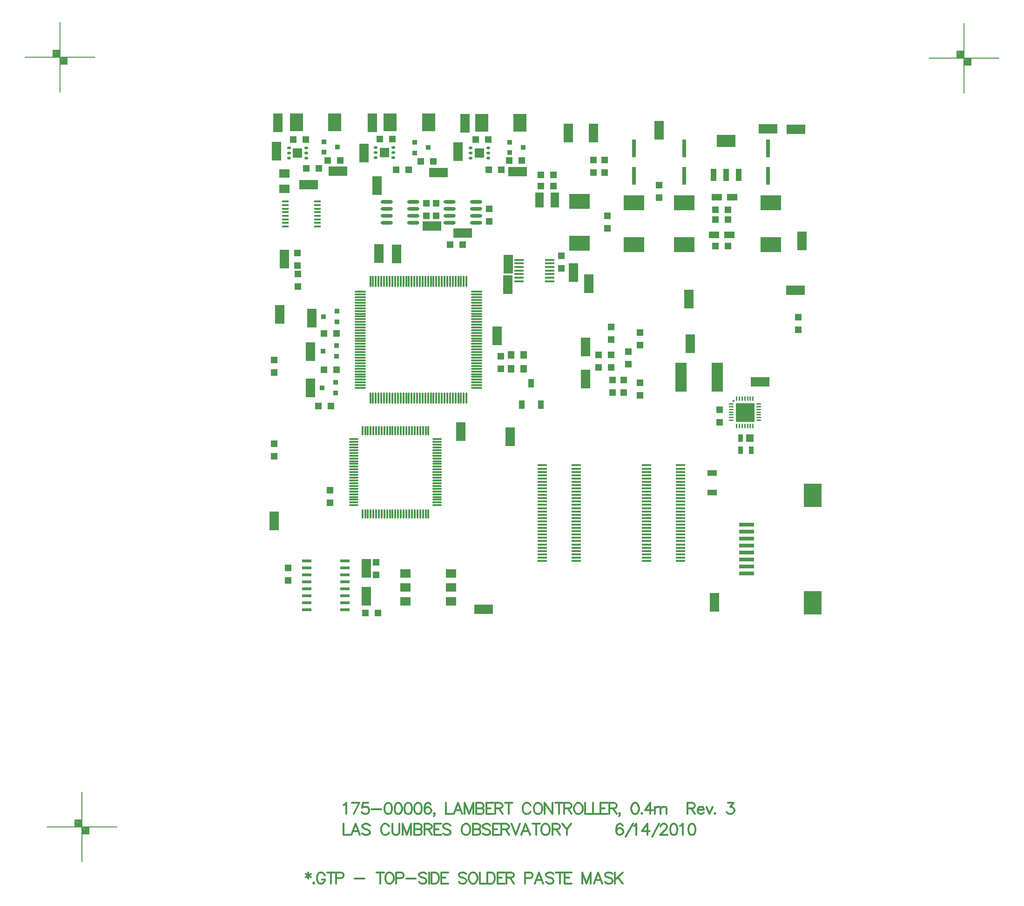
<source format=gtp>
%FSLAX23Y23*%
%MOIN*%
G70*
G01*
G75*
G04 Layer_Color=8421504*
%ADD10R,0.037X0.035*%
%ADD11R,0.037X0.035*%
%ADD12R,0.050X0.050*%
%ADD13R,0.075X0.063*%
%ADD14R,0.070X0.135*%
%ADD15R,0.094X0.130*%
%ADD16O,0.028X0.018*%
%ADD17R,0.067X0.067*%
%ADD18R,0.079X0.209*%
%ADD19R,0.067X0.014*%
%ADD20R,0.050X0.015*%
%ADD21R,0.039X0.059*%
%ADD22R,0.035X0.053*%
%ADD23R,0.053X0.053*%
%ADD24O,0.087X0.024*%
%ADD25R,0.050X0.050*%
%ADD26R,0.135X0.070*%
%ADD27R,0.030X0.125*%
%ADD28R,0.078X0.048*%
%ADD29R,0.067X0.040*%
%ADD30R,0.065X0.012*%
%ADD31R,0.065X0.024*%
%ADD32R,0.063X0.106*%
%ADD33R,0.150X0.110*%
%ADD34R,0.125X0.170*%
%ADD35R,0.110X0.030*%
%ADD36O,0.083X0.012*%
%ADD37O,0.012X0.083*%
%ADD38R,0.138X0.085*%
%ADD39R,0.043X0.085*%
%ADD40R,0.043X0.085*%
%ADD41R,0.047X0.055*%
%ADD42O,0.012X0.071*%
%ADD43O,0.071X0.012*%
%ADD44R,0.075X0.059*%
%ADD45R,0.017X0.017*%
%ADD46R,0.134X0.134*%
%ADD47O,0.010X0.035*%
%ADD48O,0.035X0.010*%
%ADD49C,0.010*%
%ADD50C,0.075*%
%ADD51C,0.020*%
%ADD52C,0.040*%
%ADD53C,0.007*%
%ADD54C,0.005*%
%ADD55C,0.012*%
%ADD56C,0.008*%
%ADD57C,0.012*%
%ADD58C,0.012*%
%ADD59C,0.059*%
%ADD60C,0.080*%
%ADD61R,0.080X0.080*%
%ADD62C,0.060*%
%ADD63C,0.020*%
%ADD64R,0.059X0.059*%
%ADD65C,0.157*%
%ADD66C,0.079*%
%ADD67C,0.087*%
%ADD68R,0.087X0.087*%
%ADD69C,0.250*%
%ADD70R,0.062X0.062*%
%ADD71C,0.062*%
%ADD72C,0.030*%
%ADD73C,0.024*%
%ADD74C,0.028*%
%ADD75C,0.050*%
%ADD76C,0.051*%
G04:AMPARAMS|DCode=77|XSize=100mil|YSize=100mil|CornerRadius=0mil|HoleSize=0mil|Usage=FLASHONLY|Rotation=0.000|XOffset=0mil|YOffset=0mil|HoleType=Round|Shape=Relief|Width=10mil|Gap=10mil|Entries=4|*
%AMTHD77*
7,0,0,0.100,0.080,0.010,45*
%
%ADD77THD77*%
%ADD78C,0.044*%
%ADD79C,0.059*%
%ADD80C,0.030*%
%ADD81C,0.055*%
%ADD82C,0.111*%
%ADD83C,0.056*%
%ADD84C,0.147*%
%ADD85C,0.067*%
%ADD86C,0.140*%
%ADD87C,0.055*%
%ADD88C,0.036*%
%ADD89C,0.071*%
%ADD90C,0.130*%
%ADD91C,0.103*%
%ADD92C,0.033*%
G04:AMPARAMS|DCode=93|XSize=70mil|YSize=70mil|CornerRadius=0mil|HoleSize=0mil|Usage=FLASHONLY|Rotation=0.000|XOffset=0mil|YOffset=0mil|HoleType=Round|Shape=Relief|Width=10mil|Gap=10mil|Entries=4|*
%AMTHD93*
7,0,0,0.070,0.050,0.010,45*
%
%ADD93THD93*%
%ADD94C,0.045*%
G04:AMPARAMS|DCode=95|XSize=90mil|YSize=90mil|CornerRadius=0mil|HoleSize=0mil|Usage=FLASHONLY|Rotation=0.000|XOffset=0mil|YOffset=0mil|HoleType=Round|Shape=Relief|Width=10mil|Gap=10mil|Entries=4|*
%AMTHD95*
7,0,0,0.090,0.070,0.010,45*
%
%ADD95THD95*%
G04:AMPARAMS|DCode=96|XSize=95.433mil|YSize=95.433mil|CornerRadius=0mil|HoleSize=0mil|Usage=FLASHONLY|Rotation=0.000|XOffset=0mil|YOffset=0mil|HoleType=Round|Shape=Relief|Width=10mil|Gap=10mil|Entries=4|*
%AMTHD96*
7,0,0,0.095,0.075,0.010,45*
%
%ADD96THD96*%
G04:AMPARAMS|DCode=97|XSize=150.551mil|YSize=150.551mil|CornerRadius=0mil|HoleSize=0mil|Usage=FLASHONLY|Rotation=0.000|XOffset=0mil|YOffset=0mil|HoleType=Round|Shape=Relief|Width=10mil|Gap=10mil|Entries=4|*
%AMTHD97*
7,0,0,0.151,0.131,0.010,45*
%
%ADD97THD97*%
G04:AMPARAMS|DCode=98|XSize=96.221mil|YSize=96.221mil|CornerRadius=0mil|HoleSize=0mil|Usage=FLASHONLY|Rotation=0.000|XOffset=0mil|YOffset=0mil|HoleType=Round|Shape=Relief|Width=10mil|Gap=10mil|Entries=4|*
%AMTHD98*
7,0,0,0.096,0.076,0.010,45*
%
%ADD98THD98*%
G04:AMPARAMS|DCode=99|XSize=107.244mil|YSize=107.244mil|CornerRadius=0mil|HoleSize=0mil|Usage=FLASHONLY|Rotation=0.000|XOffset=0mil|YOffset=0mil|HoleType=Round|Shape=Relief|Width=10mil|Gap=10mil|Entries=4|*
%AMTHD99*
7,0,0,0.107,0.087,0.010,45*
%
%ADD99THD99*%
G04:AMPARAMS|DCode=100|XSize=180mil|YSize=180mil|CornerRadius=0mil|HoleSize=0mil|Usage=FLASHONLY|Rotation=0.000|XOffset=0mil|YOffset=0mil|HoleType=Round|Shape=Relief|Width=10mil|Gap=10mil|Entries=4|*
%AMTHD100*
7,0,0,0.180,0.160,0.010,45*
%
%ADD100THD100*%
G04:AMPARAMS|DCode=101|XSize=95mil|YSize=95mil|CornerRadius=0mil|HoleSize=0mil|Usage=FLASHONLY|Rotation=0.000|XOffset=0mil|YOffset=0mil|HoleType=Round|Shape=Relief|Width=10mil|Gap=10mil|Entries=4|*
%AMTHD101*
7,0,0,0.095,0.075,0.010,45*
%
%ADD101THD101*%
G04:AMPARAMS|DCode=102|XSize=75.748mil|YSize=75.748mil|CornerRadius=0mil|HoleSize=0mil|Usage=FLASHONLY|Rotation=0.000|XOffset=0mil|YOffset=0mil|HoleType=Round|Shape=Relief|Width=10mil|Gap=10mil|Entries=4|*
%AMTHD102*
7,0,0,0.076,0.056,0.010,45*
%
%ADD102THD102*%
G04:AMPARAMS|DCode=103|XSize=111.181mil|YSize=111.181mil|CornerRadius=0mil|HoleSize=0mil|Usage=FLASHONLY|Rotation=0.000|XOffset=0mil|YOffset=0mil|HoleType=Round|Shape=Relief|Width=10mil|Gap=10mil|Entries=4|*
%AMTHD103*
7,0,0,0.111,0.091,0.010,45*
%
%ADD103THD103*%
G04:AMPARAMS|DCode=104|XSize=73mil|YSize=73mil|CornerRadius=0mil|HoleSize=0mil|Usage=FLASHONLY|Rotation=0.000|XOffset=0mil|YOffset=0mil|HoleType=Round|Shape=Relief|Width=10mil|Gap=10mil|Entries=4|*
%AMTHD104*
7,0,0,0.073,0.053,0.010,45*
%
%ADD104THD104*%
G04:AMPARAMS|DCode=105|XSize=85mil|YSize=85mil|CornerRadius=0mil|HoleSize=0mil|Usage=FLASHONLY|Rotation=0.000|XOffset=0mil|YOffset=0mil|HoleType=Round|Shape=Relief|Width=10mil|Gap=10mil|Entries=4|*
%AMTHD105*
7,0,0,0.085,0.065,0.010,45*
%
%ADD105THD105*%
%ADD106O,0.091X0.028*%
%ADD107R,0.048X0.078*%
%ADD108R,0.200X0.040*%
%ADD109R,0.200X0.150*%
%ADD110R,0.106X0.150*%
%ADD111R,0.098X0.268*%
%ADD112R,0.035X0.037*%
%ADD113R,0.035X0.037*%
%ADD114C,0.010*%
%ADD115C,0.010*%
%ADD116C,0.020*%
%ADD117C,0.008*%
%ADD118C,0.024*%
%ADD119C,0.012*%
%ADD120C,0.012*%
%ADD121C,0.007*%
%ADD122R,0.280X0.130*%
D10*
X21819Y14796D02*
D03*
X21720Y14833D02*
D03*
X20488Y14800D02*
D03*
X20390Y14837D02*
D03*
X20387Y13584D02*
D03*
X20485Y13547D02*
D03*
X21139Y14795D02*
D03*
X21040Y14832D02*
D03*
X20385Y13337D02*
D03*
X20483Y13300D02*
D03*
X20377Y13074D02*
D03*
X20475Y13037D02*
D03*
D11*
X21720Y14759D02*
D03*
X20390Y14763D02*
D03*
X20485Y13622D02*
D03*
X21040Y14757D02*
D03*
X20483Y13375D02*
D03*
X20475Y13112D02*
D03*
D12*
X20264Y14646D02*
D03*
X20354D02*
D03*
X21478Y14853D02*
D03*
X21568D02*
D03*
X21661Y14635D02*
D03*
X21571D02*
D03*
X20997Y14637D02*
D03*
X20907D02*
D03*
X20793Y14856D02*
D03*
X20883D02*
D03*
X20171Y14853D02*
D03*
X20261D02*
D03*
X21084Y14696D02*
D03*
X21174D02*
D03*
X20351Y12944D02*
D03*
X20441D02*
D03*
X20391Y13204D02*
D03*
X20481D02*
D03*
X20391Y13464D02*
D03*
X20481D02*
D03*
X23285Y14091D02*
D03*
X23195D02*
D03*
Y14351D02*
D03*
X23285D02*
D03*
X23195Y14281D02*
D03*
X23285D02*
D03*
X22035Y14521D02*
D03*
X21945D02*
D03*
X22035Y14601D02*
D03*
X21945D02*
D03*
X20689Y11458D02*
D03*
X20779D02*
D03*
X20418Y14702D02*
D03*
X20508D02*
D03*
X21717D02*
D03*
X21807D02*
D03*
X21384Y14098D02*
D03*
X21294D02*
D03*
D13*
X20107Y14608D02*
D03*
Y14498D02*
D03*
D14*
X20053Y14768D02*
D03*
X21726Y12723D02*
D03*
X21630Y13447D02*
D03*
X20296Y13074D02*
D03*
X20306Y13574D02*
D03*
X20296Y13334D02*
D03*
X22178Y13900D02*
D03*
X20786Y14036D02*
D03*
X20911Y14034D02*
D03*
X20035Y12119D02*
D03*
X22289Y13820D02*
D03*
X23187Y11537D02*
D03*
X23004Y13709D02*
D03*
X23015Y13388D02*
D03*
X20694Y11778D02*
D03*
X22140Y14901D02*
D03*
X22320D02*
D03*
X20694Y11578D02*
D03*
X22264Y13136D02*
D03*
Y13366D02*
D03*
X20061Y14973D02*
D03*
X20739Y14972D02*
D03*
X21400Y14969D02*
D03*
X21352Y14765D02*
D03*
X20107Y13995D02*
D03*
X21708Y13814D02*
D03*
X21710Y13960D02*
D03*
X21371Y12759D02*
D03*
X20679Y14757D02*
D03*
X20772Y14522D02*
D03*
X22790Y14921D02*
D03*
X23815Y14126D02*
D03*
X20075Y13601D02*
D03*
D15*
X21523Y14973D02*
D03*
X21796D02*
D03*
X20866Y14976D02*
D03*
X21140D02*
D03*
X20469Y14977D02*
D03*
X20196D02*
D03*
D16*
X20140Y14794D02*
D03*
Y14757D02*
D03*
Y14719D02*
D03*
X20266D02*
D03*
Y14757D02*
D03*
Y14794D02*
D03*
X20763Y14797D02*
D03*
Y14759D02*
D03*
Y14722D02*
D03*
X20889D02*
D03*
Y14759D02*
D03*
Y14797D02*
D03*
X21443Y14794D02*
D03*
Y14757D02*
D03*
Y14719D02*
D03*
X21569D02*
D03*
Y14757D02*
D03*
Y14794D02*
D03*
D17*
X20203Y14757D02*
D03*
X20826Y14759D02*
D03*
X21506Y14757D02*
D03*
D18*
X22947Y13151D02*
D03*
X23207D02*
D03*
D19*
X21954Y12518D02*
D03*
Y12494D02*
D03*
Y12471D02*
D03*
Y12447D02*
D03*
Y12423D02*
D03*
Y12400D02*
D03*
Y12376D02*
D03*
Y12353D02*
D03*
Y12329D02*
D03*
Y12305D02*
D03*
Y12282D02*
D03*
Y12258D02*
D03*
Y12235D02*
D03*
Y12211D02*
D03*
Y12187D02*
D03*
Y12164D02*
D03*
Y12140D02*
D03*
Y12116D02*
D03*
Y12093D02*
D03*
Y12069D02*
D03*
Y12046D02*
D03*
Y12022D02*
D03*
Y11998D02*
D03*
Y11975D02*
D03*
Y11951D02*
D03*
Y11927D02*
D03*
Y11904D02*
D03*
Y11880D02*
D03*
Y11857D02*
D03*
Y11833D02*
D03*
X22198D02*
D03*
Y11857D02*
D03*
Y11880D02*
D03*
Y11904D02*
D03*
Y11927D02*
D03*
Y11951D02*
D03*
Y11975D02*
D03*
Y11998D02*
D03*
Y12022D02*
D03*
Y12046D02*
D03*
Y12069D02*
D03*
Y12093D02*
D03*
Y12116D02*
D03*
Y12140D02*
D03*
Y12164D02*
D03*
Y12187D02*
D03*
Y12211D02*
D03*
Y12235D02*
D03*
Y12258D02*
D03*
Y12282D02*
D03*
Y12305D02*
D03*
Y12329D02*
D03*
Y12353D02*
D03*
Y12376D02*
D03*
Y12400D02*
D03*
Y12423D02*
D03*
Y12447D02*
D03*
Y12471D02*
D03*
Y12494D02*
D03*
Y12518D02*
D03*
X22702Y11833D02*
D03*
X22946Y12518D02*
D03*
Y12494D02*
D03*
Y12471D02*
D03*
Y12447D02*
D03*
Y12423D02*
D03*
Y12400D02*
D03*
Y12376D02*
D03*
Y12353D02*
D03*
Y12329D02*
D03*
Y12305D02*
D03*
Y12282D02*
D03*
Y12258D02*
D03*
Y12235D02*
D03*
Y12211D02*
D03*
Y12187D02*
D03*
Y12164D02*
D03*
Y12140D02*
D03*
Y12116D02*
D03*
Y12093D02*
D03*
Y12069D02*
D03*
Y12046D02*
D03*
Y12022D02*
D03*
Y11998D02*
D03*
Y11975D02*
D03*
Y11951D02*
D03*
Y11927D02*
D03*
Y11904D02*
D03*
Y11880D02*
D03*
Y11857D02*
D03*
Y11833D02*
D03*
X22702Y11857D02*
D03*
Y11880D02*
D03*
Y11904D02*
D03*
Y11927D02*
D03*
Y11951D02*
D03*
Y11975D02*
D03*
Y11998D02*
D03*
Y12022D02*
D03*
Y12046D02*
D03*
Y12069D02*
D03*
Y12093D02*
D03*
Y12116D02*
D03*
Y12140D02*
D03*
Y12164D02*
D03*
Y12187D02*
D03*
Y12211D02*
D03*
Y12235D02*
D03*
Y12258D02*
D03*
Y12282D02*
D03*
Y12305D02*
D03*
Y12329D02*
D03*
Y12353D02*
D03*
Y12376D02*
D03*
Y12400D02*
D03*
Y12423D02*
D03*
Y12447D02*
D03*
Y12471D02*
D03*
Y12494D02*
D03*
Y12518D02*
D03*
D20*
X20114Y14408D02*
D03*
Y14383D02*
D03*
Y14357D02*
D03*
Y14332D02*
D03*
Y14306D02*
D03*
Y14281D02*
D03*
Y14255D02*
D03*
Y14229D02*
D03*
X20344Y14408D02*
D03*
Y14383D02*
D03*
Y14357D02*
D03*
Y14332D02*
D03*
Y14306D02*
D03*
Y14281D02*
D03*
Y14255D02*
D03*
Y14229D02*
D03*
D21*
X21945Y12954D02*
D03*
X21876Y13107D02*
D03*
X21807Y12954D02*
D03*
D22*
X23376Y12714D02*
D03*
Y12627D02*
D03*
X23451D02*
D03*
D23*
X23443Y12714D02*
D03*
D24*
X21030Y14257D02*
D03*
Y14307D02*
D03*
Y14357D02*
D03*
Y14407D02*
D03*
X20841Y14257D02*
D03*
Y14307D02*
D03*
Y14357D02*
D03*
Y14407D02*
D03*
X21480Y14257D02*
D03*
Y14307D02*
D03*
Y14357D02*
D03*
Y14407D02*
D03*
X21291Y14257D02*
D03*
Y14307D02*
D03*
Y14357D02*
D03*
Y14407D02*
D03*
D25*
X21576Y14357D02*
D03*
Y14267D02*
D03*
X21196Y14307D02*
D03*
Y14397D02*
D03*
X21126D02*
D03*
Y14307D02*
D03*
X22420Y14306D02*
D03*
Y14216D02*
D03*
X23789Y13580D02*
D03*
Y13490D02*
D03*
X20034Y13183D02*
D03*
Y13273D02*
D03*
X22320Y14616D02*
D03*
Y14706D02*
D03*
X20764Y11823D02*
D03*
Y11733D02*
D03*
X22458Y13128D02*
D03*
Y13038D02*
D03*
X23226Y12917D02*
D03*
Y12827D02*
D03*
X22790Y14436D02*
D03*
Y14526D02*
D03*
X22400Y14706D02*
D03*
Y14616D02*
D03*
X20205Y13800D02*
D03*
Y13890D02*
D03*
X22448Y13308D02*
D03*
Y13218D02*
D03*
X22538Y13038D02*
D03*
Y13128D02*
D03*
X22654Y13381D02*
D03*
Y13471D02*
D03*
X22570Y13243D02*
D03*
Y13333D02*
D03*
X22358Y13218D02*
D03*
Y13308D02*
D03*
X22654Y13111D02*
D03*
Y13021D02*
D03*
X20203Y14040D02*
D03*
Y13950D02*
D03*
X21658Y13208D02*
D03*
Y13298D02*
D03*
X22448Y13418D02*
D03*
Y13508D02*
D03*
X20034Y12583D02*
D03*
Y12673D02*
D03*
X20134Y11783D02*
D03*
Y11693D02*
D03*
X20435Y12249D02*
D03*
Y12339D02*
D03*
X22091Y14019D02*
D03*
Y13929D02*
D03*
D26*
X21386Y14182D02*
D03*
X21166Y14232D02*
D03*
X23773Y14927D02*
D03*
X23769Y13774D02*
D03*
X23514Y13115D02*
D03*
X20490Y14627D02*
D03*
X21212Y14617D02*
D03*
X21778Y14623D02*
D03*
X23570Y14931D02*
D03*
X20282Y14528D02*
D03*
X21536Y11487D02*
D03*
D27*
X22970Y14593D02*
D03*
Y14789D02*
D03*
X22610Y14593D02*
D03*
Y14789D02*
D03*
X23570Y14593D02*
D03*
Y14789D02*
D03*
D28*
X23295Y14171D02*
D03*
X23185D02*
D03*
X23205Y14441D02*
D03*
X23315D02*
D03*
D29*
X23173Y12464D02*
D03*
Y12322D02*
D03*
D30*
X21789Y13990D02*
D03*
Y13965D02*
D03*
Y13939D02*
D03*
Y13913D02*
D03*
Y13888D02*
D03*
Y13862D02*
D03*
Y13837D02*
D03*
X22007Y13990D02*
D03*
Y13965D02*
D03*
Y13939D02*
D03*
Y13913D02*
D03*
Y13888D02*
D03*
Y13862D02*
D03*
Y13837D02*
D03*
D31*
X20541Y11483D02*
D03*
Y11533D02*
D03*
Y11583D02*
D03*
Y11633D02*
D03*
Y11683D02*
D03*
Y11733D02*
D03*
Y11783D02*
D03*
Y11833D02*
D03*
X20267Y11483D02*
D03*
Y11533D02*
D03*
Y11583D02*
D03*
Y11633D02*
D03*
Y11683D02*
D03*
Y11733D02*
D03*
Y11783D02*
D03*
Y11833D02*
D03*
D32*
X21935Y14421D02*
D03*
X22045D02*
D03*
D33*
X22220Y14411D02*
D03*
Y14111D02*
D03*
X23590Y14401D02*
D03*
Y14101D02*
D03*
X22970Y14401D02*
D03*
Y14101D02*
D03*
X22610Y14401D02*
D03*
Y14101D02*
D03*
D34*
X23892Y11533D02*
D03*
Y12303D02*
D03*
D35*
X23417Y11743D02*
D03*
Y11793D02*
D03*
Y11843D02*
D03*
Y11893D02*
D03*
Y11943D02*
D03*
Y11993D02*
D03*
Y12043D02*
D03*
Y12093D02*
D03*
D36*
X21485Y13762D02*
D03*
Y13742D02*
D03*
Y13723D02*
D03*
Y13703D02*
D03*
Y13683D02*
D03*
Y13664D02*
D03*
Y13644D02*
D03*
Y13624D02*
D03*
Y13604D02*
D03*
Y13585D02*
D03*
Y13565D02*
D03*
Y13545D02*
D03*
Y13526D02*
D03*
Y13506D02*
D03*
Y13486D02*
D03*
Y13467D02*
D03*
Y13447D02*
D03*
Y13427D02*
D03*
Y13408D02*
D03*
Y13388D02*
D03*
Y13368D02*
D03*
Y13349D02*
D03*
Y13329D02*
D03*
Y13309D02*
D03*
Y13290D02*
D03*
Y13270D02*
D03*
Y13250D02*
D03*
Y13230D02*
D03*
Y13211D02*
D03*
Y13191D02*
D03*
Y13171D02*
D03*
Y13152D02*
D03*
Y13132D02*
D03*
Y13112D02*
D03*
Y13093D02*
D03*
Y13073D02*
D03*
X20651D02*
D03*
Y13093D02*
D03*
Y13112D02*
D03*
Y13132D02*
D03*
Y13152D02*
D03*
Y13171D02*
D03*
Y13191D02*
D03*
Y13211D02*
D03*
Y13230D02*
D03*
Y13250D02*
D03*
Y13270D02*
D03*
Y13290D02*
D03*
Y13309D02*
D03*
Y13329D02*
D03*
Y13349D02*
D03*
Y13368D02*
D03*
Y13388D02*
D03*
Y13408D02*
D03*
Y13427D02*
D03*
Y13447D02*
D03*
Y13467D02*
D03*
Y13486D02*
D03*
Y13506D02*
D03*
Y13526D02*
D03*
Y13545D02*
D03*
Y13565D02*
D03*
Y13585D02*
D03*
Y13604D02*
D03*
Y13624D02*
D03*
Y13644D02*
D03*
Y13664D02*
D03*
Y13683D02*
D03*
Y13703D02*
D03*
Y13723D02*
D03*
Y13742D02*
D03*
Y13762D02*
D03*
D37*
X21413Y13000D02*
D03*
X21393D02*
D03*
X21373D02*
D03*
X21354D02*
D03*
X21334D02*
D03*
X21314D02*
D03*
X21294D02*
D03*
X21275D02*
D03*
X21255D02*
D03*
X21235D02*
D03*
X21216D02*
D03*
X21196D02*
D03*
X21176D02*
D03*
X21157D02*
D03*
X21137D02*
D03*
X21117D02*
D03*
X21098D02*
D03*
X21078D02*
D03*
X21058D02*
D03*
X21039D02*
D03*
X21019D02*
D03*
X20999D02*
D03*
X20980D02*
D03*
X20960D02*
D03*
X20940D02*
D03*
X20920D02*
D03*
X20901D02*
D03*
X20881D02*
D03*
X20861D02*
D03*
X20842D02*
D03*
X20822D02*
D03*
X20802D02*
D03*
X20783D02*
D03*
X20763D02*
D03*
X20743D02*
D03*
X20724D02*
D03*
Y13835D02*
D03*
X20743D02*
D03*
X20763D02*
D03*
X20783D02*
D03*
X20802D02*
D03*
X20822D02*
D03*
X20842D02*
D03*
X20861D02*
D03*
X20881D02*
D03*
X20901D02*
D03*
X20920D02*
D03*
X20940D02*
D03*
X20960D02*
D03*
X20980D02*
D03*
X20999D02*
D03*
X21019D02*
D03*
X21039D02*
D03*
X21058D02*
D03*
X21078D02*
D03*
X21098D02*
D03*
X21117D02*
D03*
X21137D02*
D03*
X21157D02*
D03*
X21176D02*
D03*
X21196D02*
D03*
X21216D02*
D03*
X21235D02*
D03*
X21255D02*
D03*
X21275D02*
D03*
X21294D02*
D03*
X21314D02*
D03*
X21334D02*
D03*
X21354D02*
D03*
X21373D02*
D03*
X21393D02*
D03*
X21413D02*
D03*
D38*
X23270Y14844D02*
D03*
D39*
X23361Y14599D02*
D03*
X23180D02*
D03*
D40*
X23270D02*
D03*
D41*
X21822Y13311D02*
D03*
X21732D02*
D03*
Y13211D02*
D03*
X21822D02*
D03*
D42*
X20667Y12766D02*
D03*
X20687D02*
D03*
X20706D02*
D03*
X20726D02*
D03*
X20746D02*
D03*
X20765D02*
D03*
X20785D02*
D03*
X20805D02*
D03*
X20824D02*
D03*
X20844D02*
D03*
X20864D02*
D03*
X20883D02*
D03*
X20903D02*
D03*
X20923D02*
D03*
X20942D02*
D03*
X20962D02*
D03*
X20982D02*
D03*
X21002D02*
D03*
X21021D02*
D03*
X21041D02*
D03*
X21061D02*
D03*
X21080D02*
D03*
X21100D02*
D03*
X21120D02*
D03*
X21139D02*
D03*
Y12171D02*
D03*
X21120D02*
D03*
X21100D02*
D03*
X21080D02*
D03*
X21061D02*
D03*
X21041D02*
D03*
X21021D02*
D03*
X21002D02*
D03*
X20982D02*
D03*
X20962D02*
D03*
X20942D02*
D03*
X20923D02*
D03*
X20903D02*
D03*
X20883D02*
D03*
X20864D02*
D03*
X20844D02*
D03*
X20824D02*
D03*
X20805D02*
D03*
X20785D02*
D03*
X20765D02*
D03*
X20746D02*
D03*
X20726D02*
D03*
X20706D02*
D03*
X20687D02*
D03*
X20667D02*
D03*
D43*
X21200Y12705D02*
D03*
Y12685D02*
D03*
Y12665D02*
D03*
Y12646D02*
D03*
Y12626D02*
D03*
Y12606D02*
D03*
Y12587D02*
D03*
Y12567D02*
D03*
Y12547D02*
D03*
Y12528D02*
D03*
Y12508D02*
D03*
Y12488D02*
D03*
Y12468D02*
D03*
Y12449D02*
D03*
Y12429D02*
D03*
Y12409D02*
D03*
Y12390D02*
D03*
Y12370D02*
D03*
Y12350D02*
D03*
Y12331D02*
D03*
Y12311D02*
D03*
Y12291D02*
D03*
Y12272D02*
D03*
Y12252D02*
D03*
Y12232D02*
D03*
X20606D02*
D03*
Y12252D02*
D03*
Y12272D02*
D03*
Y12291D02*
D03*
Y12311D02*
D03*
Y12331D02*
D03*
Y12350D02*
D03*
Y12370D02*
D03*
Y12390D02*
D03*
Y12409D02*
D03*
Y12429D02*
D03*
Y12449D02*
D03*
Y12468D02*
D03*
Y12488D02*
D03*
Y12508D02*
D03*
Y12528D02*
D03*
Y12547D02*
D03*
Y12567D02*
D03*
Y12587D02*
D03*
Y12606D02*
D03*
Y12626D02*
D03*
Y12646D02*
D03*
Y12665D02*
D03*
Y12685D02*
D03*
Y12705D02*
D03*
D44*
X21301Y11543D02*
D03*
Y11643D02*
D03*
Y11743D02*
D03*
X20974Y11543D02*
D03*
Y11643D02*
D03*
Y11743D02*
D03*
D45*
X23324Y12980D02*
D03*
D46*
X23407Y12897D02*
D03*
D47*
X23348Y12996D02*
D03*
X23368D02*
D03*
X23387D02*
D03*
X23407D02*
D03*
X23427D02*
D03*
X23446D02*
D03*
X23466D02*
D03*
Y12799D02*
D03*
X23446D02*
D03*
X23427D02*
D03*
X23407D02*
D03*
X23387D02*
D03*
X23368D02*
D03*
X23348D02*
D03*
D48*
X23506Y12957D02*
D03*
Y12937D02*
D03*
Y12917D02*
D03*
Y12897D02*
D03*
Y12878D02*
D03*
Y12858D02*
D03*
Y12838D02*
D03*
X23309D02*
D03*
Y12858D02*
D03*
Y12878D02*
D03*
Y12897D02*
D03*
Y12917D02*
D03*
Y12937D02*
D03*
Y12957D02*
D03*
D56*
X24726Y15436D02*
X25226D01*
X24976Y15186D02*
Y15686D01*
X24926Y15486D02*
X24926Y15436D01*
X24926Y15486D02*
X24976Y15486D01*
X25026Y15436D02*
X25026Y15386D01*
X24976Y15386D02*
X25026Y15386D01*
X24981Y15431D02*
X25021D01*
Y15391D02*
Y15431D01*
X24981Y15391D02*
X25021D01*
X24981D02*
Y15431D01*
X24986Y15426D02*
X25016D01*
Y15396D02*
Y15426D01*
X24986Y15396D02*
X25016D01*
X24986D02*
Y15421D01*
X24991D02*
X25011D01*
X25011Y15401D01*
X24991Y15401D02*
X25011Y15401D01*
X24991Y15401D02*
Y15416D01*
X24996Y15416D02*
X25006Y15416D01*
Y15406D02*
Y15416D01*
X24996Y15406D02*
X25006D01*
X24996D02*
X24996Y15416D01*
Y15411D02*
X25006D01*
X24931Y15481D02*
X24971D01*
Y15441D02*
Y15481D01*
X24931Y15441D02*
X24971D01*
X24931D02*
Y15481D01*
X24936Y15476D02*
X24966D01*
Y15446D02*
Y15476D01*
X24936Y15446D02*
X24966D01*
X24936D02*
Y15471D01*
X24941D02*
X24961Y15471D01*
Y15451D02*
Y15471D01*
X24941Y15451D02*
X24961D01*
X24941D02*
Y15466D01*
X24946D02*
X24956D01*
X24956Y15456D02*
X24956Y15466D01*
X24946Y15456D02*
X24956Y15456D01*
X24946Y15456D02*
Y15466D01*
Y15461D02*
X24956D01*
X18250Y15444D02*
X18750D01*
X18500Y15194D02*
Y15694D01*
X18450Y15494D02*
X18450Y15444D01*
X18450Y15494D02*
X18500Y15494D01*
X18550Y15444D02*
X18550Y15394D01*
X18500Y15394D02*
X18550Y15394D01*
X18505Y15439D02*
X18545D01*
Y15399D02*
Y15439D01*
X18505Y15399D02*
X18545D01*
X18505D02*
Y15439D01*
X18510Y15434D02*
X18540D01*
Y15404D02*
Y15434D01*
X18510Y15404D02*
X18540D01*
X18510D02*
Y15429D01*
X18515D02*
X18535D01*
X18535Y15409D01*
X18515Y15409D02*
X18535Y15409D01*
X18515Y15409D02*
Y15424D01*
X18520Y15424D02*
X18530Y15424D01*
Y15414D02*
Y15424D01*
X18520Y15414D02*
X18530D01*
X18520D02*
X18520Y15424D01*
Y15419D02*
X18530D01*
X18455Y15489D02*
X18495D01*
Y15449D02*
Y15489D01*
X18455Y15449D02*
X18495D01*
X18455D02*
Y15489D01*
X18460Y15484D02*
X18490D01*
Y15454D02*
Y15484D01*
X18460Y15454D02*
X18490D01*
X18460D02*
Y15479D01*
X18465D02*
X18485Y15479D01*
Y15459D02*
Y15479D01*
X18465Y15459D02*
X18485D01*
X18465D02*
Y15474D01*
X18470D02*
X18480D01*
X18480Y15464D02*
X18480Y15474D01*
X18470Y15464D02*
X18480Y15464D01*
X18470Y15464D02*
Y15474D01*
Y15469D02*
X18480D01*
X18407Y9927D02*
X18907D01*
X18657Y9677D02*
Y10177D01*
X18607Y9977D02*
X18607Y9927D01*
X18607Y9977D02*
X18657Y9977D01*
X18707Y9927D02*
X18707Y9877D01*
X18657Y9877D02*
X18707Y9877D01*
X18662Y9922D02*
X18702D01*
Y9882D02*
Y9922D01*
X18662Y9882D02*
X18702D01*
X18662D02*
Y9922D01*
X18667Y9917D02*
X18697D01*
Y9887D02*
Y9917D01*
X18667Y9887D02*
X18697D01*
X18667D02*
Y9912D01*
X18672D02*
X18692D01*
X18692Y9892D01*
X18672Y9892D02*
X18692Y9892D01*
X18672Y9892D02*
Y9907D01*
X18677Y9907D02*
X18687Y9907D01*
Y9897D02*
Y9907D01*
X18677Y9897D02*
X18687D01*
X18677D02*
X18677Y9907D01*
Y9902D02*
X18687D01*
X18612Y9972D02*
X18652D01*
Y9932D02*
Y9972D01*
X18612Y9932D02*
X18652D01*
X18612D02*
Y9972D01*
X18617Y9967D02*
X18647D01*
Y9937D02*
Y9967D01*
X18617Y9937D02*
X18647D01*
X18617D02*
Y9962D01*
X18622D02*
X18642Y9962D01*
Y9942D02*
Y9962D01*
X18622Y9942D02*
X18642D01*
X18622D02*
Y9957D01*
X18627D02*
X18637D01*
X18637Y9947D02*
X18637Y9957D01*
X18627Y9947D02*
X18637Y9947D01*
X18627Y9947D02*
Y9957D01*
Y9952D02*
X18637D01*
D57*
X20532Y9948D02*
Y9868D01*
X20578D01*
X20648D02*
X20617Y9948D01*
X20587Y9868D01*
X20598Y9895D02*
X20636D01*
X20720Y9937D02*
X20712Y9944D01*
X20700Y9948D01*
X20685D01*
X20674Y9944D01*
X20666Y9937D01*
Y9929D01*
X20670Y9921D01*
X20674Y9918D01*
X20681Y9914D01*
X20704Y9906D01*
X20712Y9902D01*
X20716Y9899D01*
X20720Y9891D01*
Y9879D01*
X20712Y9872D01*
X20700Y9868D01*
X20685D01*
X20674Y9872D01*
X20666Y9879D01*
X20857Y9929D02*
X20854Y9937D01*
X20846Y9944D01*
X20838Y9948D01*
X20823D01*
X20816Y9944D01*
X20808Y9937D01*
X20804Y9929D01*
X20800Y9918D01*
Y9899D01*
X20804Y9887D01*
X20808Y9879D01*
X20816Y9872D01*
X20823Y9868D01*
X20838D01*
X20846Y9872D01*
X20854Y9879D01*
X20857Y9887D01*
X20880Y9948D02*
Y9891D01*
X20884Y9879D01*
X20891Y9872D01*
X20903Y9868D01*
X20910D01*
X20922Y9872D01*
X20929Y9879D01*
X20933Y9891D01*
Y9948D01*
X20955D02*
Y9868D01*
Y9948D02*
X20986Y9868D01*
X21016Y9948D02*
X20986Y9868D01*
X21016Y9948D02*
Y9868D01*
X21039Y9948D02*
Y9868D01*
Y9948D02*
X21073D01*
X21085Y9944D01*
X21089Y9940D01*
X21092Y9933D01*
Y9925D01*
X21089Y9918D01*
X21085Y9914D01*
X21073Y9910D01*
X21039D02*
X21073D01*
X21085Y9906D01*
X21089Y9902D01*
X21092Y9895D01*
Y9883D01*
X21089Y9876D01*
X21085Y9872D01*
X21073Y9868D01*
X21039D01*
X21110Y9948D02*
Y9868D01*
Y9948D02*
X21145D01*
X21156Y9944D01*
X21160Y9940D01*
X21164Y9933D01*
Y9925D01*
X21160Y9918D01*
X21156Y9914D01*
X21145Y9910D01*
X21110D01*
X21137D02*
X21164Y9868D01*
X21231Y9948D02*
X21182D01*
Y9868D01*
X21231D01*
X21182Y9910D02*
X21212D01*
X21298Y9937D02*
X21290Y9944D01*
X21279Y9948D01*
X21263D01*
X21252Y9944D01*
X21244Y9937D01*
Y9929D01*
X21248Y9921D01*
X21252Y9918D01*
X21260Y9914D01*
X21282Y9906D01*
X21290Y9902D01*
X21294Y9899D01*
X21298Y9891D01*
Y9879D01*
X21290Y9872D01*
X21279Y9868D01*
X21263D01*
X21252Y9872D01*
X21244Y9879D01*
X21401Y9948D02*
X21394Y9944D01*
X21386Y9937D01*
X21382Y9929D01*
X21378Y9918D01*
Y9899D01*
X21382Y9887D01*
X21386Y9879D01*
X21394Y9872D01*
X21401Y9868D01*
X21417D01*
X21424Y9872D01*
X21432Y9879D01*
X21436Y9887D01*
X21439Y9899D01*
Y9918D01*
X21436Y9929D01*
X21432Y9937D01*
X21424Y9944D01*
X21417Y9948D01*
X21401D01*
X21458D02*
Y9868D01*
Y9948D02*
X21492D01*
X21504Y9944D01*
X21508Y9940D01*
X21511Y9933D01*
Y9925D01*
X21508Y9918D01*
X21504Y9914D01*
X21492Y9910D01*
X21458D02*
X21492D01*
X21504Y9906D01*
X21508Y9902D01*
X21511Y9895D01*
Y9883D01*
X21508Y9876D01*
X21504Y9872D01*
X21492Y9868D01*
X21458D01*
X21583Y9937D02*
X21575Y9944D01*
X21564Y9948D01*
X21548D01*
X21537Y9944D01*
X21529Y9937D01*
Y9929D01*
X21533Y9921D01*
X21537Y9918D01*
X21544Y9914D01*
X21567Y9906D01*
X21575Y9902D01*
X21579Y9899D01*
X21583Y9891D01*
Y9879D01*
X21575Y9872D01*
X21564Y9868D01*
X21548D01*
X21537Y9872D01*
X21529Y9879D01*
X21650Y9948D02*
X21600D01*
Y9868D01*
X21650D01*
X21600Y9910D02*
X21631D01*
X21663Y9948D02*
Y9868D01*
Y9948D02*
X21698D01*
X21709Y9944D01*
X21713Y9940D01*
X21717Y9933D01*
Y9925D01*
X21713Y9918D01*
X21709Y9914D01*
X21698Y9910D01*
X21663D01*
X21690D02*
X21717Y9868D01*
X21735Y9948D02*
X21765Y9868D01*
X21795Y9948D02*
X21765Y9868D01*
X21867D02*
X21836Y9948D01*
X21806Y9868D01*
X21817Y9895D02*
X21855D01*
X21912Y9948D02*
Y9868D01*
X21885Y9948D02*
X21939D01*
X21971D02*
X21963Y9944D01*
X21956Y9937D01*
X21952Y9929D01*
X21948Y9918D01*
Y9899D01*
X21952Y9887D01*
X21956Y9879D01*
X21963Y9872D01*
X21971Y9868D01*
X21986D01*
X21994Y9872D01*
X22002Y9879D01*
X22005Y9887D01*
X22009Y9899D01*
Y9918D01*
X22005Y9929D01*
X22002Y9937D01*
X21994Y9944D01*
X21986Y9948D01*
X21971D01*
X22028D02*
Y9868D01*
Y9948D02*
X22062D01*
X22074Y9944D01*
X22077Y9940D01*
X22081Y9933D01*
Y9925D01*
X22077Y9918D01*
X22074Y9914D01*
X22062Y9910D01*
X22028D01*
X22054D02*
X22081Y9868D01*
X22099Y9948D02*
X22130Y9910D01*
Y9868D01*
X22160Y9948D02*
X22130Y9910D01*
X22530Y9937D02*
X22526Y9944D01*
X22515Y9948D01*
X22507D01*
X22496Y9944D01*
X22488Y9933D01*
X22484Y9914D01*
Y9895D01*
X22488Y9879D01*
X22496Y9872D01*
X22507Y9868D01*
X22511D01*
X22523Y9872D01*
X22530Y9879D01*
X22534Y9891D01*
Y9895D01*
X22530Y9906D01*
X22523Y9914D01*
X22511Y9918D01*
X22507D01*
X22496Y9914D01*
X22488Y9906D01*
X22484Y9895D01*
X22552Y9857D02*
X22605Y9948D01*
X22610Y9933D02*
X22618Y9937D01*
X22629Y9948D01*
Y9868D01*
X22707Y9948D02*
X22669Y9895D01*
X22726D01*
X22707Y9948D02*
Y9868D01*
X22740Y9857D02*
X22793Y9948D01*
X22803Y9929D02*
Y9933D01*
X22806Y9940D01*
X22810Y9944D01*
X22818Y9948D01*
X22833D01*
X22841Y9944D01*
X22844Y9940D01*
X22848Y9933D01*
Y9925D01*
X22844Y9918D01*
X22837Y9906D01*
X22799Y9868D01*
X22852D01*
X22893Y9948D02*
X22881Y9944D01*
X22874Y9933D01*
X22870Y9914D01*
Y9902D01*
X22874Y9883D01*
X22881Y9872D01*
X22893Y9868D01*
X22900D01*
X22912Y9872D01*
X22919Y9883D01*
X22923Y9902D01*
Y9914D01*
X22919Y9933D01*
X22912Y9944D01*
X22900Y9948D01*
X22893D01*
X22941Y9933D02*
X22949Y9937D01*
X22960Y9948D01*
Y9868D01*
X23023Y9948D02*
X23011Y9944D01*
X23004Y9933D01*
X23000Y9914D01*
Y9902D01*
X23004Y9883D01*
X23011Y9872D01*
X23023Y9868D01*
X23030D01*
X23042Y9872D01*
X23049Y9883D01*
X23053Y9902D01*
Y9914D01*
X23049Y9933D01*
X23042Y9944D01*
X23030Y9948D01*
X23023D01*
D58*
X20279Y9600D02*
Y9555D01*
X20260Y9589D02*
X20298Y9566D01*
Y9589D02*
X20260Y9566D01*
X20318Y9528D02*
X20315Y9524D01*
X20318Y9520D01*
X20322Y9524D01*
X20318Y9528D01*
X20397Y9581D02*
X20393Y9589D01*
X20385Y9597D01*
X20378Y9600D01*
X20363D01*
X20355Y9597D01*
X20347Y9589D01*
X20344Y9581D01*
X20340Y9570D01*
Y9551D01*
X20344Y9539D01*
X20347Y9532D01*
X20355Y9524D01*
X20363Y9520D01*
X20378D01*
X20385Y9524D01*
X20393Y9532D01*
X20397Y9539D01*
Y9551D01*
X20378D02*
X20397D01*
X20442Y9600D02*
Y9520D01*
X20415Y9600D02*
X20468D01*
X20478Y9559D02*
X20512D01*
X20524Y9562D01*
X20527Y9566D01*
X20531Y9574D01*
Y9585D01*
X20527Y9593D01*
X20524Y9597D01*
X20512Y9600D01*
X20478D01*
Y9520D01*
X20612Y9555D02*
X20681D01*
X20794Y9600D02*
Y9520D01*
X20767Y9600D02*
X20820D01*
X20853D02*
X20845Y9597D01*
X20837Y9589D01*
X20834Y9581D01*
X20830Y9570D01*
Y9551D01*
X20834Y9539D01*
X20837Y9532D01*
X20845Y9524D01*
X20853Y9520D01*
X20868D01*
X20876Y9524D01*
X20883Y9532D01*
X20887Y9539D01*
X20891Y9551D01*
Y9570D01*
X20887Y9581D01*
X20883Y9589D01*
X20876Y9597D01*
X20868Y9600D01*
X20853D01*
X20909Y9559D02*
X20944D01*
X20955Y9562D01*
X20959Y9566D01*
X20963Y9574D01*
Y9585D01*
X20959Y9593D01*
X20955Y9597D01*
X20944Y9600D01*
X20909D01*
Y9520D01*
X20981Y9555D02*
X21049D01*
X21126Y9589D02*
X21119Y9597D01*
X21107Y9600D01*
X21092D01*
X21080Y9597D01*
X21073Y9589D01*
Y9581D01*
X21077Y9574D01*
X21080Y9570D01*
X21088Y9566D01*
X21111Y9559D01*
X21119Y9555D01*
X21122Y9551D01*
X21126Y9543D01*
Y9532D01*
X21119Y9524D01*
X21107Y9520D01*
X21092D01*
X21080Y9524D01*
X21073Y9532D01*
X21144Y9600D02*
Y9520D01*
X21161Y9600D02*
Y9520D01*
Y9600D02*
X21188D01*
X21199Y9597D01*
X21207Y9589D01*
X21210Y9581D01*
X21214Y9570D01*
Y9551D01*
X21210Y9539D01*
X21207Y9532D01*
X21199Y9524D01*
X21188Y9520D01*
X21161D01*
X21282Y9600D02*
X21232D01*
Y9520D01*
X21282D01*
X21232Y9562D02*
X21263D01*
X21411Y9589D02*
X21403Y9597D01*
X21392Y9600D01*
X21377D01*
X21365Y9597D01*
X21358Y9589D01*
Y9581D01*
X21362Y9574D01*
X21365Y9570D01*
X21373Y9566D01*
X21396Y9559D01*
X21403Y9555D01*
X21407Y9551D01*
X21411Y9543D01*
Y9532D01*
X21403Y9524D01*
X21392Y9520D01*
X21377D01*
X21365Y9524D01*
X21358Y9532D01*
X21452Y9600D02*
X21444Y9597D01*
X21437Y9589D01*
X21433Y9581D01*
X21429Y9570D01*
Y9551D01*
X21433Y9539D01*
X21437Y9532D01*
X21444Y9524D01*
X21452Y9520D01*
X21467D01*
X21475Y9524D01*
X21482Y9532D01*
X21486Y9539D01*
X21490Y9551D01*
Y9570D01*
X21486Y9581D01*
X21482Y9589D01*
X21475Y9597D01*
X21467Y9600D01*
X21452D01*
X21509D02*
Y9520D01*
X21554D01*
X21563Y9600D02*
Y9520D01*
Y9600D02*
X21590D01*
X21601Y9597D01*
X21609Y9589D01*
X21613Y9581D01*
X21616Y9570D01*
Y9551D01*
X21613Y9539D01*
X21609Y9532D01*
X21601Y9524D01*
X21590Y9520D01*
X21563D01*
X21684Y9600D02*
X21634D01*
Y9520D01*
X21684D01*
X21634Y9562D02*
X21665D01*
X21697Y9600D02*
Y9520D01*
Y9600D02*
X21731D01*
X21743Y9597D01*
X21747Y9593D01*
X21750Y9585D01*
Y9578D01*
X21747Y9570D01*
X21743Y9566D01*
X21731Y9562D01*
X21697D01*
X21724D02*
X21750Y9520D01*
X21831Y9559D02*
X21865D01*
X21877Y9562D01*
X21881Y9566D01*
X21885Y9574D01*
Y9585D01*
X21881Y9593D01*
X21877Y9597D01*
X21865Y9600D01*
X21831D01*
Y9520D01*
X21963D02*
X21933Y9600D01*
X21902Y9520D01*
X21914Y9547D02*
X21952D01*
X22035Y9589D02*
X22028Y9597D01*
X22016Y9600D01*
X22001D01*
X21990Y9597D01*
X21982Y9589D01*
Y9581D01*
X21986Y9574D01*
X21990Y9570D01*
X21997Y9566D01*
X22020Y9559D01*
X22028Y9555D01*
X22032Y9551D01*
X22035Y9543D01*
Y9532D01*
X22028Y9524D01*
X22016Y9520D01*
X22001D01*
X21990Y9524D01*
X21982Y9532D01*
X22080Y9600D02*
Y9520D01*
X22053Y9600D02*
X22107D01*
X22166D02*
X22116D01*
Y9520D01*
X22166D01*
X22116Y9562D02*
X22147D01*
X22242Y9600D02*
Y9520D01*
Y9600D02*
X22272Y9520D01*
X22303Y9600D02*
X22272Y9520D01*
X22303Y9600D02*
Y9520D01*
X22386D02*
X22356Y9600D01*
X22326Y9520D01*
X22337Y9547D02*
X22375D01*
X22458Y9589D02*
X22451Y9597D01*
X22439Y9600D01*
X22424D01*
X22413Y9597D01*
X22405Y9589D01*
Y9581D01*
X22409Y9574D01*
X22413Y9570D01*
X22420Y9566D01*
X22443Y9559D01*
X22451Y9555D01*
X22455Y9551D01*
X22458Y9543D01*
Y9532D01*
X22451Y9524D01*
X22439Y9520D01*
X22424D01*
X22413Y9524D01*
X22405Y9532D01*
X22476Y9600D02*
Y9520D01*
X22530Y9600D02*
X22476Y9547D01*
X22495Y9566D02*
X22530Y9520D01*
X20532Y10083D02*
X20540Y10087D01*
X20551Y10098D01*
Y10018D01*
X20644Y10098D02*
X20606Y10018D01*
X20591Y10098D02*
X20644D01*
X20708D02*
X20670D01*
X20666Y10064D01*
X20670Y10068D01*
X20681Y10071D01*
X20692D01*
X20704Y10068D01*
X20712Y10060D01*
X20715Y10049D01*
Y10041D01*
X20712Y10029D01*
X20704Y10022D01*
X20692Y10018D01*
X20681D01*
X20670Y10022D01*
X20666Y10026D01*
X20662Y10033D01*
X20733Y10052D02*
X20802D01*
X20848Y10098D02*
X20837Y10094D01*
X20829Y10083D01*
X20825Y10064D01*
Y10052D01*
X20829Y10033D01*
X20837Y10022D01*
X20848Y10018D01*
X20856D01*
X20867Y10022D01*
X20875Y10033D01*
X20879Y10052D01*
Y10064D01*
X20875Y10083D01*
X20867Y10094D01*
X20856Y10098D01*
X20848D01*
X20919D02*
X20908Y10094D01*
X20900Y10083D01*
X20897Y10064D01*
Y10052D01*
X20900Y10033D01*
X20908Y10022D01*
X20919Y10018D01*
X20927D01*
X20939Y10022D01*
X20946Y10033D01*
X20950Y10052D01*
Y10064D01*
X20946Y10083D01*
X20939Y10094D01*
X20927Y10098D01*
X20919D01*
X20991D02*
X20979Y10094D01*
X20972Y10083D01*
X20968Y10064D01*
Y10052D01*
X20972Y10033D01*
X20979Y10022D01*
X20991Y10018D01*
X20998D01*
X21010Y10022D01*
X21017Y10033D01*
X21021Y10052D01*
Y10064D01*
X21017Y10083D01*
X21010Y10094D01*
X20998Y10098D01*
X20991D01*
X21062D02*
X21050Y10094D01*
X21043Y10083D01*
X21039Y10064D01*
Y10052D01*
X21043Y10033D01*
X21050Y10022D01*
X21062Y10018D01*
X21070D01*
X21081Y10022D01*
X21089Y10033D01*
X21092Y10052D01*
Y10064D01*
X21089Y10083D01*
X21081Y10094D01*
X21070Y10098D01*
X21062D01*
X21156Y10087D02*
X21152Y10094D01*
X21141Y10098D01*
X21133D01*
X21122Y10094D01*
X21114Y10083D01*
X21110Y10064D01*
Y10045D01*
X21114Y10029D01*
X21122Y10022D01*
X21133Y10018D01*
X21137D01*
X21148Y10022D01*
X21156Y10029D01*
X21160Y10041D01*
Y10045D01*
X21156Y10056D01*
X21148Y10064D01*
X21137Y10068D01*
X21133D01*
X21122Y10064D01*
X21114Y10056D01*
X21110Y10045D01*
X21185Y10022D02*
X21181Y10018D01*
X21177Y10022D01*
X21181Y10026D01*
X21185Y10022D01*
Y10014D01*
X21181Y10007D01*
X21177Y10003D01*
X21265Y10098D02*
Y10018D01*
X21311D01*
X21381D02*
X21350Y10098D01*
X21320Y10018D01*
X21331Y10045D02*
X21369D01*
X21399Y10098D02*
Y10018D01*
Y10098D02*
X21430Y10018D01*
X21460Y10098D02*
X21430Y10018D01*
X21460Y10098D02*
Y10018D01*
X21483Y10098D02*
Y10018D01*
Y10098D02*
X21517D01*
X21529Y10094D01*
X21533Y10090D01*
X21536Y10083D01*
Y10075D01*
X21533Y10068D01*
X21529Y10064D01*
X21517Y10060D01*
X21483D02*
X21517D01*
X21529Y10056D01*
X21533Y10052D01*
X21536Y10045D01*
Y10033D01*
X21533Y10026D01*
X21529Y10022D01*
X21517Y10018D01*
X21483D01*
X21604Y10098D02*
X21554D01*
Y10018D01*
X21604D01*
X21554Y10060D02*
X21585D01*
X21617Y10098D02*
Y10018D01*
Y10098D02*
X21652D01*
X21663Y10094D01*
X21667Y10090D01*
X21671Y10083D01*
Y10075D01*
X21667Y10068D01*
X21663Y10064D01*
X21652Y10060D01*
X21617D01*
X21644D02*
X21671Y10018D01*
X21715Y10098D02*
Y10018D01*
X21688Y10098D02*
X21742D01*
X21871Y10079D02*
X21867Y10087D01*
X21860Y10094D01*
X21852Y10098D01*
X21837D01*
X21829Y10094D01*
X21822Y10087D01*
X21818Y10079D01*
X21814Y10068D01*
Y10049D01*
X21818Y10037D01*
X21822Y10029D01*
X21829Y10022D01*
X21837Y10018D01*
X21852D01*
X21860Y10022D01*
X21867Y10029D01*
X21871Y10037D01*
X21917Y10098D02*
X21909Y10094D01*
X21901Y10087D01*
X21898Y10079D01*
X21894Y10068D01*
Y10049D01*
X21898Y10037D01*
X21901Y10029D01*
X21909Y10022D01*
X21917Y10018D01*
X21932D01*
X21939Y10022D01*
X21947Y10029D01*
X21951Y10037D01*
X21955Y10049D01*
Y10068D01*
X21951Y10079D01*
X21947Y10087D01*
X21939Y10094D01*
X21932Y10098D01*
X21917D01*
X21973D02*
Y10018D01*
Y10098D02*
X22027Y10018D01*
Y10098D02*
Y10018D01*
X22075Y10098D02*
Y10018D01*
X22049Y10098D02*
X22102D01*
X22112D02*
Y10018D01*
Y10098D02*
X22146D01*
X22157Y10094D01*
X22161Y10090D01*
X22165Y10083D01*
Y10075D01*
X22161Y10068D01*
X22157Y10064D01*
X22146Y10060D01*
X22112D01*
X22138D02*
X22165Y10018D01*
X22206Y10098D02*
X22198Y10094D01*
X22190Y10087D01*
X22187Y10079D01*
X22183Y10068D01*
Y10049D01*
X22187Y10037D01*
X22190Y10029D01*
X22198Y10022D01*
X22206Y10018D01*
X22221D01*
X22229Y10022D01*
X22236Y10029D01*
X22240Y10037D01*
X22244Y10049D01*
Y10068D01*
X22240Y10079D01*
X22236Y10087D01*
X22229Y10094D01*
X22221Y10098D01*
X22206D01*
X22262D02*
Y10018D01*
X22308D01*
X22317Y10098D02*
Y10018D01*
X22363D01*
X22421Y10098D02*
X22371D01*
Y10018D01*
X22421D01*
X22371Y10060D02*
X22402D01*
X22434Y10098D02*
Y10018D01*
Y10098D02*
X22468D01*
X22480Y10094D01*
X22484Y10090D01*
X22488Y10083D01*
Y10075D01*
X22484Y10068D01*
X22480Y10064D01*
X22468Y10060D01*
X22434D01*
X22461D02*
X22488Y10018D01*
X22513Y10022D02*
X22509Y10018D01*
X22505Y10022D01*
X22509Y10026D01*
X22513Y10022D01*
Y10014D01*
X22509Y10007D01*
X22505Y10003D01*
X22616Y10098D02*
X22605Y10094D01*
X22597Y10083D01*
X22593Y10064D01*
Y10052D01*
X22597Y10033D01*
X22605Y10022D01*
X22616Y10018D01*
X22624D01*
X22635Y10022D01*
X22643Y10033D01*
X22647Y10052D01*
Y10064D01*
X22643Y10083D01*
X22635Y10094D01*
X22624Y10098D01*
X22616D01*
X22668Y10026D02*
X22665Y10022D01*
X22668Y10018D01*
X22672Y10022D01*
X22668Y10026D01*
X22728Y10098D02*
X22690Y10045D01*
X22747D01*
X22728Y10098D02*
Y10018D01*
X22761Y10071D02*
Y10018D01*
Y10056D02*
X22772Y10068D01*
X22780Y10071D01*
X22791D01*
X22799Y10068D01*
X22803Y10056D01*
Y10018D01*
Y10056D02*
X22814Y10068D01*
X22822Y10071D01*
X22833D01*
X22841Y10068D01*
X22845Y10056D01*
Y10018D01*
X22996Y10098D02*
Y10018D01*
Y10098D02*
X23030D01*
X23041Y10094D01*
X23045Y10090D01*
X23049Y10083D01*
Y10075D01*
X23045Y10068D01*
X23041Y10064D01*
X23030Y10060D01*
X22996D01*
X23022D02*
X23049Y10018D01*
X23067Y10049D02*
X23113D01*
Y10056D01*
X23109Y10064D01*
X23105Y10068D01*
X23097Y10071D01*
X23086D01*
X23078Y10068D01*
X23071Y10060D01*
X23067Y10049D01*
Y10041D01*
X23071Y10029D01*
X23078Y10022D01*
X23086Y10018D01*
X23097D01*
X23105Y10022D01*
X23113Y10029D01*
X23130Y10071D02*
X23153Y10018D01*
X23175Y10071D02*
X23153Y10018D01*
X23192Y10026D02*
X23188Y10022D01*
X23192Y10018D01*
X23196Y10022D01*
X23192Y10026D01*
X23284Y10098D02*
X23326D01*
X23303Y10068D01*
X23314D01*
X23322Y10064D01*
X23326Y10060D01*
X23330Y10049D01*
Y10041D01*
X23326Y10029D01*
X23318Y10022D01*
X23307Y10018D01*
X23295D01*
X23284Y10022D01*
X23280Y10026D01*
X23276Y10033D01*
M02*

</source>
